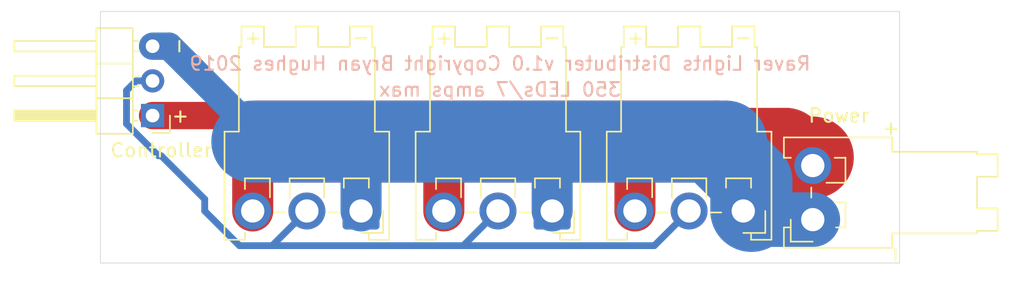
<source format=kicad_pcb>
(kicad_pcb (version 20171130) (host pcbnew "(5.1.0)-1")

  (general
    (thickness 1.6)
    (drawings 18)
    (tracks 42)
    (zones 0)
    (modules 7)
    (nets 4)
  )

  (page A4)
  (layers
    (0 F.Cu signal)
    (31 B.Cu signal)
    (32 B.Adhes user)
    (33 F.Adhes user)
    (34 B.Paste user)
    (35 F.Paste user)
    (36 B.SilkS user)
    (37 F.SilkS user)
    (38 B.Mask user)
    (39 F.Mask user)
    (40 Dwgs.User user)
    (41 Cmts.User user)
    (42 Eco1.User user)
    (43 Eco2.User user)
    (44 Edge.Cuts user)
    (45 Margin user)
    (46 B.CrtYd user)
    (47 F.CrtYd user)
    (48 B.Fab user)
    (49 F.Fab user)
  )

  (setup
    (last_trace_width 0.25)
    (user_trace_width 0.5)
    (user_trace_width 2)
    (user_trace_width 3)
    (user_trace_width 4)
    (user_trace_width 6)
    (trace_clearance 0.2)
    (zone_clearance 0.508)
    (zone_45_only no)
    (trace_min 0.2)
    (via_size 0.8)
    (via_drill 0.4)
    (via_min_size 0.4)
    (via_min_drill 0.3)
    (uvia_size 0.3)
    (uvia_drill 0.1)
    (uvias_allowed no)
    (uvia_min_size 0.2)
    (uvia_min_drill 0.1)
    (edge_width 0.05)
    (segment_width 0.2)
    (pcb_text_width 0.3)
    (pcb_text_size 1.5 1.5)
    (mod_edge_width 0.12)
    (mod_text_size 1 1)
    (mod_text_width 0.15)
    (pad_size 1.524 1.524)
    (pad_drill 0.762)
    (pad_to_mask_clearance 0.051)
    (solder_mask_min_width 0.25)
    (aux_axis_origin 0 0)
    (visible_elements 7FFFFFFF)
    (pcbplotparams
      (layerselection 0x010fc_ffffffff)
      (usegerberextensions false)
      (usegerberattributes false)
      (usegerberadvancedattributes false)
      (creategerberjobfile false)
      (excludeedgelayer true)
      (linewidth 0.100000)
      (plotframeref false)
      (viasonmask false)
      (mode 1)
      (useauxorigin false)
      (hpglpennumber 1)
      (hpglpenspeed 20)
      (hpglpendiameter 15.000000)
      (psnegative false)
      (psa4output false)
      (plotreference true)
      (plotvalue true)
      (plotinvisibletext false)
      (padsonsilk false)
      (subtractmaskfromsilk false)
      (outputformat 1)
      (mirror false)
      (drillshape 1)
      (scaleselection 1)
      (outputdirectory ""))
  )

  (net 0 "")
  (net 1 "Net-(J1-Pad1)")
  (net 2 "Net-(J1-Pad2)")
  (net 3 "Net-(J1-Pad3)")

  (net_class Default "This is the default net class."
    (clearance 0.2)
    (trace_width 0.25)
    (via_dia 0.8)
    (via_drill 0.4)
    (uvia_dia 0.3)
    (uvia_drill 0.1)
    (add_net "Net-(J1-Pad1)")
    (add_net "Net-(J1-Pad2)")
    (add_net "Net-(J1-Pad3)")
  )

  (module Connector_JST:JST_VH_S3P-VH_1x03_P3.96mm_Horizontal (layer F.Cu) (tedit 5B774B79) (tstamp 5CB11D9D)
    (at 116.84 119.38 180)
    (descr "JST VH series connector, S3P-VH (http://www.jst-mfg.com/product/pdf/eng/eVH.pdf), generated with kicad-footprint-generator")
    (tags "connector JST VH top entry")
    (path /5CB12749)
    (fp_text reference J1 (at 3.96 -3.2 180) (layer F.SilkS) hide
      (effects (font (size 1 1) (thickness 0.15)))
    )
    (fp_text value Conn_01x03_Male (at 3.96 14.6 180) (layer F.Fab)
      (effects (font (size 1 1) (thickness 0.15)))
    )
    (fp_line (start -0.9 2.5) (end -0.9 11.9) (layer F.Fab) (width 0.1))
    (fp_line (start -0.9 11.9) (end 8.82 11.9) (layer F.Fab) (width 0.1))
    (fp_line (start 8.82 11.9) (end 8.82 2.5) (layer F.Fab) (width 0.1))
    (fp_line (start 8.82 2.5) (end -0.9 2.5) (layer F.Fab) (width 0.1))
    (fp_line (start 8.62 2.5) (end 8.62 -2) (layer F.Fab) (width 0.1))
    (fp_line (start 8.62 -2) (end 9.87 -2) (layer F.Fab) (width 0.1))
    (fp_line (start 9.87 -2) (end 9.87 5.7) (layer F.Fab) (width 0.1))
    (fp_line (start 9.87 5.7) (end 8.82 5.7) (layer F.Fab) (width 0.1))
    (fp_line (start -0.9 5.7) (end -1.95 5.7) (layer F.Fab) (width 0.1))
    (fp_line (start -1.95 5.7) (end -1.95 -2) (layer F.Fab) (width 0.1))
    (fp_line (start -1.95 -2) (end -0.7 -2) (layer F.Fab) (width 0.1))
    (fp_line (start -0.7 -2) (end -0.7 2.5) (layer F.Fab) (width 0.1))
    (fp_line (start -2.45 -2.5) (end -2.45 13.9) (layer F.CrtYd) (width 0.05))
    (fp_line (start -2.45 13.9) (end 10.37 13.9) (layer F.CrtYd) (width 0.05))
    (fp_line (start 10.37 13.9) (end 10.37 -2.5) (layer F.CrtYd) (width 0.05))
    (fp_line (start 10.37 -2.5) (end -2.45 -2.5) (layer F.CrtYd) (width 0.05))
    (fp_line (start -0.7 11.9) (end -0.7 13.4) (layer F.Fab) (width 0.1))
    (fp_line (start -0.7 13.4) (end 0.7 13.4) (layer F.Fab) (width 0.1))
    (fp_line (start 0.7 13.4) (end 0.7 11.9) (layer F.Fab) (width 0.1))
    (fp_line (start 1.38 2.5) (end 1.38 0) (layer F.Fab) (width 0.1))
    (fp_line (start 1.38 0) (end 2.58 0) (layer F.Fab) (width 0.1))
    (fp_line (start 2.58 0) (end 2.58 2.5) (layer F.Fab) (width 0.1))
    (fp_line (start 3.26 11.9) (end 3.26 13.4) (layer F.Fab) (width 0.1))
    (fp_line (start 3.26 13.4) (end 4.66 13.4) (layer F.Fab) (width 0.1))
    (fp_line (start 4.66 13.4) (end 4.66 11.9) (layer F.Fab) (width 0.1))
    (fp_line (start 5.34 2.5) (end 5.34 0) (layer F.Fab) (width 0.1))
    (fp_line (start 5.34 0) (end 6.54 0) (layer F.Fab) (width 0.1))
    (fp_line (start 6.54 0) (end 6.54 2.5) (layer F.Fab) (width 0.1))
    (fp_line (start 7.22 11.9) (end 7.22 13.4) (layer F.Fab) (width 0.1))
    (fp_line (start 7.22 13.4) (end 8.62 13.4) (layer F.Fab) (width 0.1))
    (fp_line (start 8.62 13.4) (end 8.62 11.9) (layer F.Fab) (width 0.1))
    (fp_line (start -0.8 2.5) (end 0 3.3) (layer F.Fab) (width 0.1))
    (fp_line (start 0 3.3) (end 0.8 2.5) (layer F.Fab) (width 0.1))
    (fp_line (start -1.01 5.81) (end -1.01 12.01) (layer F.SilkS) (width 0.12))
    (fp_line (start -1.01 12.01) (end -0.82 12.01) (layer F.SilkS) (width 0.12))
    (fp_line (start 8.49 -1.6) (end 8.49 -2.11) (layer F.SilkS) (width 0.12))
    (fp_line (start 8.49 -2.11) (end 9.98 -2.11) (layer F.SilkS) (width 0.12))
    (fp_line (start 9.98 -2.11) (end 9.98 5.81) (layer F.SilkS) (width 0.12))
    (fp_line (start 9.98 5.81) (end 8.93 5.81) (layer F.SilkS) (width 0.12))
    (fp_line (start 8.49 2.39) (end 8.49 1.6) (layer F.SilkS) (width 0.12))
    (fp_line (start -1.01 5.81) (end -2.06 5.81) (layer F.SilkS) (width 0.12))
    (fp_line (start -2.06 5.81) (end -2.06 -2.11) (layer F.SilkS) (width 0.12))
    (fp_line (start -2.06 -2.11) (end -0.57 -2.11) (layer F.SilkS) (width 0.12))
    (fp_line (start -0.57 -2.11) (end -0.57 -1.61) (layer F.SilkS) (width 0.12))
    (fp_line (start -0.57 1.7) (end -0.57 2.39) (layer F.SilkS) (width 0.12))
    (fp_line (start 8.74 12.01) (end 8.93 12.01) (layer F.SilkS) (width 0.12))
    (fp_line (start 8.93 12.01) (end 8.93 5.81) (layer F.SilkS) (width 0.12))
    (fp_line (start -0.58 2.39) (end 1.26 2.39) (layer F.SilkS) (width 0.12))
    (fp_line (start 6.66 2.39) (end 8.5 2.39) (layer F.SilkS) (width 0.12))
    (fp_line (start -0.82 12.01) (end -0.82 13.51) (layer F.SilkS) (width 0.12))
    (fp_line (start -0.82 13.51) (end 0.82 13.51) (layer F.SilkS) (width 0.12))
    (fp_line (start 0.82 13.51) (end 0.82 12.01) (layer F.SilkS) (width 0.12))
    (fp_line (start 1.26 2.39) (end 1.26 1.7) (layer F.SilkS) (width 0.12))
    (fp_line (start 1.61 -0.11) (end 2.35 -0.11) (layer F.SilkS) (width 0.12))
    (fp_line (start 2.7 1) (end 2.7 2.39) (layer F.SilkS) (width 0.12))
    (fp_line (start 3.14 12.01) (end 3.14 13.51) (layer F.SilkS) (width 0.12))
    (fp_line (start 3.14 13.51) (end 4.78 13.51) (layer F.SilkS) (width 0.12))
    (fp_line (start 4.78 13.51) (end 4.78 12.01) (layer F.SilkS) (width 0.12))
    (fp_line (start 5.22 2.39) (end 5.22 1) (layer F.SilkS) (width 0.12))
    (fp_line (start 5.57 -0.11) (end 6.31 -0.11) (layer F.SilkS) (width 0.12))
    (fp_line (start 6.66 1) (end 6.66 2.39) (layer F.SilkS) (width 0.12))
    (fp_line (start 2.7 2.39) (end 5.22 2.39) (layer F.SilkS) (width 0.12))
    (fp_line (start 0.82 12.01) (end 3.14 12.01) (layer F.SilkS) (width 0.12))
    (fp_line (start 7.1 12.01) (end 7.1 13.51) (layer F.SilkS) (width 0.12))
    (fp_line (start 7.1 13.51) (end 8.74 13.51) (layer F.SilkS) (width 0.12))
    (fp_line (start 8.74 13.51) (end 8.74 12.01) (layer F.SilkS) (width 0.12))
    (fp_line (start 4.78 12.01) (end 7.1 12.01) (layer F.SilkS) (width 0.12))
    (fp_line (start 0 -1.61) (end -1.61 -1.61) (layer F.SilkS) (width 0.12))
    (fp_line (start -1.61 -1.61) (end -1.61 0) (layer F.SilkS) (width 0.12))
    (fp_text user %R (at 3.96 11.2 180) (layer F.Fab)
      (effects (font (size 1 1) (thickness 0.15)))
    )
    (pad 1 thru_hole roundrect (at 0 0 180) (size 2.7 2.7) (drill 1.7) (layers *.Cu *.Mask) (roundrect_rratio 0.09259299999999999)
      (net 1 "Net-(J1-Pad1)"))
    (pad 2 thru_hole circle (at 3.96 0 180) (size 2.7 2.7) (drill 1.7) (layers *.Cu *.Mask)
      (net 2 "Net-(J1-Pad2)"))
    (pad 3 thru_hole circle (at 7.92 0 180) (size 2.7 2.7) (drill 1.7) (layers *.Cu *.Mask)
      (net 3 "Net-(J1-Pad3)"))
    (model ${KISYS3DMOD}/Connector_JST.3dshapes/JST_VH_S3P-VH_1x03_P3.96mm_Horizontal.wrl
      (at (xyz 0 0 0))
      (scale (xyz 1 1 1))
      (rotate (xyz 0 0 0))
    )
  )

  (module MountingHole:MountingHole_3.7mm (layer F.Cu) (tedit 56D1B4CB) (tstamp 5CB11F94)
    (at 102.235 118.745)
    (descr "Mounting Hole 3.7mm, no annular")
    (tags "mounting hole 3.7mm no annular")
    (path /5CB28261)
    (attr virtual)
    (fp_text reference H1 (at 0 -4.7) (layer F.SilkS) hide
      (effects (font (size 1 1) (thickness 0.15)))
    )
    (fp_text value MountingHole (at 0 4.7) (layer F.Fab)
      (effects (font (size 1 1) (thickness 0.15)))
    )
    (fp_text user %R (at 0.3 0) (layer F.Fab)
      (effects (font (size 1 1) (thickness 0.15)))
    )
    (fp_circle (center 0 0) (end 3.7 0) (layer Cmts.User) (width 0.15))
    (fp_circle (center 0 0) (end 3.95 0) (layer F.CrtYd) (width 0.05))
    (pad 1 np_thru_hole circle (at 0 0) (size 3.7 3.7) (drill 3.7) (layers *.Cu *.Mask))
  )

  (module MountingHole:MountingHole_3.7mm (layer F.Cu) (tedit 56D1B4CB) (tstamp 5CB11D9C)
    (at 151.765 109.22)
    (descr "Mounting Hole 3.7mm, no annular")
    (tags "mounting hole 3.7mm no annular")
    (path /5CB288C3)
    (attr virtual)
    (fp_text reference H2 (at 0 -4.7) (layer F.SilkS) hide
      (effects (font (size 1 1) (thickness 0.15)))
    )
    (fp_text value MountingHole (at 0 4.7) (layer F.Fab)
      (effects (font (size 1 1) (thickness 0.15)))
    )
    (fp_circle (center 0 0) (end 3.95 0) (layer F.CrtYd) (width 0.05))
    (fp_circle (center 0 0) (end 3.7 0) (layer Cmts.User) (width 0.15))
    (fp_text user %R (at 0.3 0) (layer F.Fab)
      (effects (font (size 1 1) (thickness 0.15)))
    )
    (pad 1 np_thru_hole circle (at 0 0) (size 3.7 3.7) (drill 3.7) (layers *.Cu *.Mask))
  )

  (module Connector_JST:JST_VH_S2P-VH_1x02_P3.96mm_Horizontal (layer F.Cu) (tedit 5B774B79) (tstamp 5CB11DE9)
    (at 149.86 120.015 90)
    (descr "JST VH series connector, S2P-VH (http://www.jst-mfg.com/product/pdf/eng/eVH.pdf), generated with kicad-footprint-generator")
    (tags "connector JST VH top entry")
    (path /5CB13ECD)
    (fp_text reference J2 (at 1.98 -3.2 90) (layer F.SilkS) hide
      (effects (font (size 1 1) (thickness 0.15)))
    )
    (fp_text value Conn_01x02_Male (at 1.98 14.6 90) (layer F.Fab)
      (effects (font (size 1 1) (thickness 0.15)))
    )
    (fp_line (start -0.9 2.5) (end -0.9 11.9) (layer F.Fab) (width 0.1))
    (fp_line (start -0.9 11.9) (end 4.86 11.9) (layer F.Fab) (width 0.1))
    (fp_line (start 4.86 11.9) (end 4.86 2.5) (layer F.Fab) (width 0.1))
    (fp_line (start 4.86 2.5) (end -0.9 2.5) (layer F.Fab) (width 0.1))
    (fp_line (start 4.66 2.5) (end 4.66 -2) (layer F.Fab) (width 0.1))
    (fp_line (start 4.66 -2) (end 5.91 -2) (layer F.Fab) (width 0.1))
    (fp_line (start 5.91 -2) (end 5.91 5.7) (layer F.Fab) (width 0.1))
    (fp_line (start 5.91 5.7) (end 4.86 5.7) (layer F.Fab) (width 0.1))
    (fp_line (start -0.9 5.7) (end -1.95 5.7) (layer F.Fab) (width 0.1))
    (fp_line (start -1.95 5.7) (end -1.95 -2) (layer F.Fab) (width 0.1))
    (fp_line (start -1.95 -2) (end -0.7 -2) (layer F.Fab) (width 0.1))
    (fp_line (start -0.7 -2) (end -0.7 2.5) (layer F.Fab) (width 0.1))
    (fp_line (start -2.45 -2.5) (end -2.45 13.9) (layer F.CrtYd) (width 0.05))
    (fp_line (start -2.45 13.9) (end 6.41 13.9) (layer F.CrtYd) (width 0.05))
    (fp_line (start 6.41 13.9) (end 6.41 -2.5) (layer F.CrtYd) (width 0.05))
    (fp_line (start 6.41 -2.5) (end -2.45 -2.5) (layer F.CrtYd) (width 0.05))
    (fp_line (start -0.7 11.9) (end -0.7 13.4) (layer F.Fab) (width 0.1))
    (fp_line (start -0.7 13.4) (end 0.7 13.4) (layer F.Fab) (width 0.1))
    (fp_line (start 0.7 13.4) (end 0.7 11.9) (layer F.Fab) (width 0.1))
    (fp_line (start 1.38 2.5) (end 1.38 0) (layer F.Fab) (width 0.1))
    (fp_line (start 1.38 0) (end 2.58 0) (layer F.Fab) (width 0.1))
    (fp_line (start 2.58 0) (end 2.58 2.5) (layer F.Fab) (width 0.1))
    (fp_line (start 3.26 11.9) (end 3.26 13.4) (layer F.Fab) (width 0.1))
    (fp_line (start 3.26 13.4) (end 4.66 13.4) (layer F.Fab) (width 0.1))
    (fp_line (start 4.66 13.4) (end 4.66 11.9) (layer F.Fab) (width 0.1))
    (fp_line (start -0.8 2.5) (end 0 3.3) (layer F.Fab) (width 0.1))
    (fp_line (start 0 3.3) (end 0.8 2.5) (layer F.Fab) (width 0.1))
    (fp_line (start -1.01 5.81) (end -1.01 12.01) (layer F.SilkS) (width 0.12))
    (fp_line (start -1.01 12.01) (end -0.82 12.01) (layer F.SilkS) (width 0.12))
    (fp_line (start 4.53 -1.6) (end 4.53 -2.11) (layer F.SilkS) (width 0.12))
    (fp_line (start 4.53 -2.11) (end 6.02 -2.11) (layer F.SilkS) (width 0.12))
    (fp_line (start 6.02 -2.11) (end 6.02 5.81) (layer F.SilkS) (width 0.12))
    (fp_line (start 6.02 5.81) (end 4.97 5.81) (layer F.SilkS) (width 0.12))
    (fp_line (start 4.53 2.39) (end 4.53 1.6) (layer F.SilkS) (width 0.12))
    (fp_line (start -1.01 5.81) (end -2.06 5.81) (layer F.SilkS) (width 0.12))
    (fp_line (start -2.06 5.81) (end -2.06 -2.11) (layer F.SilkS) (width 0.12))
    (fp_line (start -2.06 -2.11) (end -0.57 -2.11) (layer F.SilkS) (width 0.12))
    (fp_line (start -0.57 -2.11) (end -0.57 -1.61) (layer F.SilkS) (width 0.12))
    (fp_line (start -0.57 1.7) (end -0.57 2.39) (layer F.SilkS) (width 0.12))
    (fp_line (start 4.78 12.01) (end 4.97 12.01) (layer F.SilkS) (width 0.12))
    (fp_line (start 4.97 12.01) (end 4.97 5.81) (layer F.SilkS) (width 0.12))
    (fp_line (start -0.58 2.39) (end 1.26 2.39) (layer F.SilkS) (width 0.12))
    (fp_line (start 2.7 2.39) (end 4.54 2.39) (layer F.SilkS) (width 0.12))
    (fp_line (start -0.82 12.01) (end -0.82 13.51) (layer F.SilkS) (width 0.12))
    (fp_line (start -0.82 13.51) (end 0.82 13.51) (layer F.SilkS) (width 0.12))
    (fp_line (start 0.82 13.51) (end 0.82 12.01) (layer F.SilkS) (width 0.12))
    (fp_line (start 1.26 2.39) (end 1.26 1.7) (layer F.SilkS) (width 0.12))
    (fp_line (start 1.61 -0.11) (end 2.35 -0.11) (layer F.SilkS) (width 0.12))
    (fp_line (start 2.7 1) (end 2.7 2.39) (layer F.SilkS) (width 0.12))
    (fp_line (start 3.14 12.01) (end 3.14 13.51) (layer F.SilkS) (width 0.12))
    (fp_line (start 3.14 13.51) (end 4.78 13.51) (layer F.SilkS) (width 0.12))
    (fp_line (start 4.78 13.51) (end 4.78 12.01) (layer F.SilkS) (width 0.12))
    (fp_line (start 0.82 12.01) (end 3.14 12.01) (layer F.SilkS) (width 0.12))
    (fp_line (start 0 -1.61) (end -1.61 -1.61) (layer F.SilkS) (width 0.12))
    (fp_line (start -1.61 -1.61) (end -1.61 0) (layer F.SilkS) (width 0.12))
    (fp_text user %R (at 1.98 11.2 90) (layer F.Fab)
      (effects (font (size 1 1) (thickness 0.15)))
    )
    (pad 1 thru_hole roundrect (at 0 0 90) (size 2.7 2.7) (drill 1.7) (layers *.Cu *.Mask) (roundrect_rratio 0.09259299999999999)
      (net 1 "Net-(J1-Pad1)"))
    (pad 2 thru_hole circle (at 3.96 0 90) (size 2.7 2.7) (drill 1.7) (layers *.Cu *.Mask)
      (net 3 "Net-(J1-Pad3)"))
    (model ${KISYS3DMOD}/Connector_JST.3dshapes/JST_VH_S2P-VH_1x02_P3.96mm_Horizontal.wrl
      (at (xyz 0 0 0))
      (scale (xyz 1 1 1))
      (rotate (xyz 0 0 0))
    )
  )

  (module Connector_JST:JST_VH_S3P-VH_1x03_P3.96mm_Horizontal (layer F.Cu) (tedit 5B774B79) (tstamp 5CB11E26)
    (at 130.81 119.38 180)
    (descr "JST VH series connector, S3P-VH (http://www.jst-mfg.com/product/pdf/eng/eVH.pdf), generated with kicad-footprint-generator")
    (tags "connector JST VH top entry")
    (path /5CB12DA5)
    (fp_text reference J3 (at 3.96 -3.2 180) (layer F.SilkS) hide
      (effects (font (size 1 1) (thickness 0.15)))
    )
    (fp_text value Conn_01x03_Male (at 3.96 14.6 180) (layer F.Fab)
      (effects (font (size 1 1) (thickness 0.15)))
    )
    (fp_text user %R (at 3.96 11.2 180) (layer F.Fab)
      (effects (font (size 1 1) (thickness 0.15)))
    )
    (fp_line (start -1.61 -1.61) (end -1.61 0) (layer F.SilkS) (width 0.12))
    (fp_line (start 0 -1.61) (end -1.61 -1.61) (layer F.SilkS) (width 0.12))
    (fp_line (start 4.78 12.01) (end 7.1 12.01) (layer F.SilkS) (width 0.12))
    (fp_line (start 8.74 13.51) (end 8.74 12.01) (layer F.SilkS) (width 0.12))
    (fp_line (start 7.1 13.51) (end 8.74 13.51) (layer F.SilkS) (width 0.12))
    (fp_line (start 7.1 12.01) (end 7.1 13.51) (layer F.SilkS) (width 0.12))
    (fp_line (start 0.82 12.01) (end 3.14 12.01) (layer F.SilkS) (width 0.12))
    (fp_line (start 2.7 2.39) (end 5.22 2.39) (layer F.SilkS) (width 0.12))
    (fp_line (start 6.66 1) (end 6.66 2.39) (layer F.SilkS) (width 0.12))
    (fp_line (start 5.57 -0.11) (end 6.31 -0.11) (layer F.SilkS) (width 0.12))
    (fp_line (start 5.22 2.39) (end 5.22 1) (layer F.SilkS) (width 0.12))
    (fp_line (start 4.78 13.51) (end 4.78 12.01) (layer F.SilkS) (width 0.12))
    (fp_line (start 3.14 13.51) (end 4.78 13.51) (layer F.SilkS) (width 0.12))
    (fp_line (start 3.14 12.01) (end 3.14 13.51) (layer F.SilkS) (width 0.12))
    (fp_line (start 2.7 1) (end 2.7 2.39) (layer F.SilkS) (width 0.12))
    (fp_line (start 1.61 -0.11) (end 2.35 -0.11) (layer F.SilkS) (width 0.12))
    (fp_line (start 1.26 2.39) (end 1.26 1.7) (layer F.SilkS) (width 0.12))
    (fp_line (start 0.82 13.51) (end 0.82 12.01) (layer F.SilkS) (width 0.12))
    (fp_line (start -0.82 13.51) (end 0.82 13.51) (layer F.SilkS) (width 0.12))
    (fp_line (start -0.82 12.01) (end -0.82 13.51) (layer F.SilkS) (width 0.12))
    (fp_line (start 6.66 2.39) (end 8.5 2.39) (layer F.SilkS) (width 0.12))
    (fp_line (start -0.58 2.39) (end 1.26 2.39) (layer F.SilkS) (width 0.12))
    (fp_line (start 8.93 12.01) (end 8.93 5.81) (layer F.SilkS) (width 0.12))
    (fp_line (start 8.74 12.01) (end 8.93 12.01) (layer F.SilkS) (width 0.12))
    (fp_line (start -0.57 1.7) (end -0.57 2.39) (layer F.SilkS) (width 0.12))
    (fp_line (start -0.57 -2.11) (end -0.57 -1.61) (layer F.SilkS) (width 0.12))
    (fp_line (start -2.06 -2.11) (end -0.57 -2.11) (layer F.SilkS) (width 0.12))
    (fp_line (start -2.06 5.81) (end -2.06 -2.11) (layer F.SilkS) (width 0.12))
    (fp_line (start -1.01 5.81) (end -2.06 5.81) (layer F.SilkS) (width 0.12))
    (fp_line (start 8.49 2.39) (end 8.49 1.6) (layer F.SilkS) (width 0.12))
    (fp_line (start 9.98 5.81) (end 8.93 5.81) (layer F.SilkS) (width 0.12))
    (fp_line (start 9.98 -2.11) (end 9.98 5.81) (layer F.SilkS) (width 0.12))
    (fp_line (start 8.49 -2.11) (end 9.98 -2.11) (layer F.SilkS) (width 0.12))
    (fp_line (start 8.49 -1.6) (end 8.49 -2.11) (layer F.SilkS) (width 0.12))
    (fp_line (start -1.01 12.01) (end -0.82 12.01) (layer F.SilkS) (width 0.12))
    (fp_line (start -1.01 5.81) (end -1.01 12.01) (layer F.SilkS) (width 0.12))
    (fp_line (start 0 3.3) (end 0.8 2.5) (layer F.Fab) (width 0.1))
    (fp_line (start -0.8 2.5) (end 0 3.3) (layer F.Fab) (width 0.1))
    (fp_line (start 8.62 13.4) (end 8.62 11.9) (layer F.Fab) (width 0.1))
    (fp_line (start 7.22 13.4) (end 8.62 13.4) (layer F.Fab) (width 0.1))
    (fp_line (start 7.22 11.9) (end 7.22 13.4) (layer F.Fab) (width 0.1))
    (fp_line (start 6.54 0) (end 6.54 2.5) (layer F.Fab) (width 0.1))
    (fp_line (start 5.34 0) (end 6.54 0) (layer F.Fab) (width 0.1))
    (fp_line (start 5.34 2.5) (end 5.34 0) (layer F.Fab) (width 0.1))
    (fp_line (start 4.66 13.4) (end 4.66 11.9) (layer F.Fab) (width 0.1))
    (fp_line (start 3.26 13.4) (end 4.66 13.4) (layer F.Fab) (width 0.1))
    (fp_line (start 3.26 11.9) (end 3.26 13.4) (layer F.Fab) (width 0.1))
    (fp_line (start 2.58 0) (end 2.58 2.5) (layer F.Fab) (width 0.1))
    (fp_line (start 1.38 0) (end 2.58 0) (layer F.Fab) (width 0.1))
    (fp_line (start 1.38 2.5) (end 1.38 0) (layer F.Fab) (width 0.1))
    (fp_line (start 0.7 13.4) (end 0.7 11.9) (layer F.Fab) (width 0.1))
    (fp_line (start -0.7 13.4) (end 0.7 13.4) (layer F.Fab) (width 0.1))
    (fp_line (start -0.7 11.9) (end -0.7 13.4) (layer F.Fab) (width 0.1))
    (fp_line (start 10.37 -2.5) (end -2.45 -2.5) (layer F.CrtYd) (width 0.05))
    (fp_line (start 10.37 13.9) (end 10.37 -2.5) (layer F.CrtYd) (width 0.05))
    (fp_line (start -2.45 13.9) (end 10.37 13.9) (layer F.CrtYd) (width 0.05))
    (fp_line (start -2.45 -2.5) (end -2.45 13.9) (layer F.CrtYd) (width 0.05))
    (fp_line (start -0.7 -2) (end -0.7 2.5) (layer F.Fab) (width 0.1))
    (fp_line (start -1.95 -2) (end -0.7 -2) (layer F.Fab) (width 0.1))
    (fp_line (start -1.95 5.7) (end -1.95 -2) (layer F.Fab) (width 0.1))
    (fp_line (start -0.9 5.7) (end -1.95 5.7) (layer F.Fab) (width 0.1))
    (fp_line (start 9.87 5.7) (end 8.82 5.7) (layer F.Fab) (width 0.1))
    (fp_line (start 9.87 -2) (end 9.87 5.7) (layer F.Fab) (width 0.1))
    (fp_line (start 8.62 -2) (end 9.87 -2) (layer F.Fab) (width 0.1))
    (fp_line (start 8.62 2.5) (end 8.62 -2) (layer F.Fab) (width 0.1))
    (fp_line (start 8.82 2.5) (end -0.9 2.5) (layer F.Fab) (width 0.1))
    (fp_line (start 8.82 11.9) (end 8.82 2.5) (layer F.Fab) (width 0.1))
    (fp_line (start -0.9 11.9) (end 8.82 11.9) (layer F.Fab) (width 0.1))
    (fp_line (start -0.9 2.5) (end -0.9 11.9) (layer F.Fab) (width 0.1))
    (pad 3 thru_hole circle (at 7.92 0 180) (size 2.7 2.7) (drill 1.7) (layers *.Cu *.Mask)
      (net 3 "Net-(J1-Pad3)"))
    (pad 2 thru_hole circle (at 3.96 0 180) (size 2.7 2.7) (drill 1.7) (layers *.Cu *.Mask)
      (net 2 "Net-(J1-Pad2)"))
    (pad 1 thru_hole roundrect (at 0 0 180) (size 2.7 2.7) (drill 1.7) (layers *.Cu *.Mask) (roundrect_rratio 0.09259299999999999)
      (net 1 "Net-(J1-Pad1)"))
    (model ${KISYS3DMOD}/Connector_JST.3dshapes/JST_VH_S3P-VH_1x03_P3.96mm_Horizontal.wrl
      (at (xyz 0 0 0))
      (scale (xyz 1 1 1))
      (rotate (xyz 0 0 0))
    )
  )

  (module Connector_JST:JST_VH_S3P-VH_1x03_P3.96mm_Horizontal (layer F.Cu) (tedit 5B774B79) (tstamp 5CB11EBE)
    (at 144.78 119.38 180)
    (descr "JST VH series connector, S3P-VH (http://www.jst-mfg.com/product/pdf/eng/eVH.pdf), generated with kicad-footprint-generator")
    (tags "connector JST VH top entry")
    (path /5CB13029)
    (fp_text reference J5 (at 3.96 -3.2 180) (layer F.SilkS) hide
      (effects (font (size 1 1) (thickness 0.15)))
    )
    (fp_text value Conn_01x03_Male (at 3.96 14.6 180) (layer F.Fab)
      (effects (font (size 1 1) (thickness 0.15)))
    )
    (fp_line (start -0.9 2.5) (end -0.9 11.9) (layer F.Fab) (width 0.1))
    (fp_line (start -0.9 11.9) (end 8.82 11.9) (layer F.Fab) (width 0.1))
    (fp_line (start 8.82 11.9) (end 8.82 2.5) (layer F.Fab) (width 0.1))
    (fp_line (start 8.82 2.5) (end -0.9 2.5) (layer F.Fab) (width 0.1))
    (fp_line (start 8.62 2.5) (end 8.62 -2) (layer F.Fab) (width 0.1))
    (fp_line (start 8.62 -2) (end 9.87 -2) (layer F.Fab) (width 0.1))
    (fp_line (start 9.87 -2) (end 9.87 5.7) (layer F.Fab) (width 0.1))
    (fp_line (start 9.87 5.7) (end 8.82 5.7) (layer F.Fab) (width 0.1))
    (fp_line (start -0.9 5.7) (end -1.95 5.7) (layer F.Fab) (width 0.1))
    (fp_line (start -1.95 5.7) (end -1.95 -2) (layer F.Fab) (width 0.1))
    (fp_line (start -1.95 -2) (end -0.7 -2) (layer F.Fab) (width 0.1))
    (fp_line (start -0.7 -2) (end -0.7 2.5) (layer F.Fab) (width 0.1))
    (fp_line (start -2.45 -2.5) (end -2.45 13.9) (layer F.CrtYd) (width 0.05))
    (fp_line (start -2.45 13.9) (end 10.37 13.9) (layer F.CrtYd) (width 0.05))
    (fp_line (start 10.37 13.9) (end 10.37 -2.5) (layer F.CrtYd) (width 0.05))
    (fp_line (start 10.37 -2.5) (end -2.45 -2.5) (layer F.CrtYd) (width 0.05))
    (fp_line (start -0.7 11.9) (end -0.7 13.4) (layer F.Fab) (width 0.1))
    (fp_line (start -0.7 13.4) (end 0.7 13.4) (layer F.Fab) (width 0.1))
    (fp_line (start 0.7 13.4) (end 0.7 11.9) (layer F.Fab) (width 0.1))
    (fp_line (start 1.38 2.5) (end 1.38 0) (layer F.Fab) (width 0.1))
    (fp_line (start 1.38 0) (end 2.58 0) (layer F.Fab) (width 0.1))
    (fp_line (start 2.58 0) (end 2.58 2.5) (layer F.Fab) (width 0.1))
    (fp_line (start 3.26 11.9) (end 3.26 13.4) (layer F.Fab) (width 0.1))
    (fp_line (start 3.26 13.4) (end 4.66 13.4) (layer F.Fab) (width 0.1))
    (fp_line (start 4.66 13.4) (end 4.66 11.9) (layer F.Fab) (width 0.1))
    (fp_line (start 5.34 2.5) (end 5.34 0) (layer F.Fab) (width 0.1))
    (fp_line (start 5.34 0) (end 6.54 0) (layer F.Fab) (width 0.1))
    (fp_line (start 6.54 0) (end 6.54 2.5) (layer F.Fab) (width 0.1))
    (fp_line (start 7.22 11.9) (end 7.22 13.4) (layer F.Fab) (width 0.1))
    (fp_line (start 7.22 13.4) (end 8.62 13.4) (layer F.Fab) (width 0.1))
    (fp_line (start 8.62 13.4) (end 8.62 11.9) (layer F.Fab) (width 0.1))
    (fp_line (start -0.8 2.5) (end 0 3.3) (layer F.Fab) (width 0.1))
    (fp_line (start 0 3.3) (end 0.8 2.5) (layer F.Fab) (width 0.1))
    (fp_line (start -1.01 5.81) (end -1.01 12.01) (layer F.SilkS) (width 0.12))
    (fp_line (start -1.01 12.01) (end -0.82 12.01) (layer F.SilkS) (width 0.12))
    (fp_line (start 8.49 -1.6) (end 8.49 -2.11) (layer F.SilkS) (width 0.12))
    (fp_line (start 8.49 -2.11) (end 9.98 -2.11) (layer F.SilkS) (width 0.12))
    (fp_line (start 9.98 -2.11) (end 9.98 5.81) (layer F.SilkS) (width 0.12))
    (fp_line (start 9.98 5.81) (end 8.93 5.81) (layer F.SilkS) (width 0.12))
    (fp_line (start 8.49 2.39) (end 8.49 1.6) (layer F.SilkS) (width 0.12))
    (fp_line (start -1.01 5.81) (end -2.06 5.81) (layer F.SilkS) (width 0.12))
    (fp_line (start -2.06 5.81) (end -2.06 -2.11) (layer F.SilkS) (width 0.12))
    (fp_line (start -2.06 -2.11) (end -0.57 -2.11) (layer F.SilkS) (width 0.12))
    (fp_line (start -0.57 -2.11) (end -0.57 -1.61) (layer F.SilkS) (width 0.12))
    (fp_line (start -0.57 1.7) (end -0.57 2.39) (layer F.SilkS) (width 0.12))
    (fp_line (start 8.74 12.01) (end 8.93 12.01) (layer F.SilkS) (width 0.12))
    (fp_line (start 8.93 12.01) (end 8.93 5.81) (layer F.SilkS) (width 0.12))
    (fp_line (start -0.58 2.39) (end 1.26 2.39) (layer F.SilkS) (width 0.12))
    (fp_line (start 6.66 2.39) (end 8.5 2.39) (layer F.SilkS) (width 0.12))
    (fp_line (start -0.82 12.01) (end -0.82 13.51) (layer F.SilkS) (width 0.12))
    (fp_line (start -0.82 13.51) (end 0.82 13.51) (layer F.SilkS) (width 0.12))
    (fp_line (start 0.82 13.51) (end 0.82 12.01) (layer F.SilkS) (width 0.12))
    (fp_line (start 1.26 2.39) (end 1.26 1.7) (layer F.SilkS) (width 0.12))
    (fp_line (start 1.61 -0.11) (end 2.35 -0.11) (layer F.SilkS) (width 0.12))
    (fp_line (start 2.7 1) (end 2.7 2.39) (layer F.SilkS) (width 0.12))
    (fp_line (start 3.14 12.01) (end 3.14 13.51) (layer F.SilkS) (width 0.12))
    (fp_line (start 3.14 13.51) (end 4.78 13.51) (layer F.SilkS) (width 0.12))
    (fp_line (start 4.78 13.51) (end 4.78 12.01) (layer F.SilkS) (width 0.12))
    (fp_line (start 5.22 2.39) (end 5.22 1) (layer F.SilkS) (width 0.12))
    (fp_line (start 5.57 -0.11) (end 6.31 -0.11) (layer F.SilkS) (width 0.12))
    (fp_line (start 6.66 1) (end 6.66 2.39) (layer F.SilkS) (width 0.12))
    (fp_line (start 2.7 2.39) (end 5.22 2.39) (layer F.SilkS) (width 0.12))
    (fp_line (start 0.82 12.01) (end 3.14 12.01) (layer F.SilkS) (width 0.12))
    (fp_line (start 7.1 12.01) (end 7.1 13.51) (layer F.SilkS) (width 0.12))
    (fp_line (start 7.1 13.51) (end 8.74 13.51) (layer F.SilkS) (width 0.12))
    (fp_line (start 8.74 13.51) (end 8.74 12.01) (layer F.SilkS) (width 0.12))
    (fp_line (start 4.78 12.01) (end 7.1 12.01) (layer F.SilkS) (width 0.12))
    (fp_line (start 0 -1.61) (end -1.61 -1.61) (layer F.SilkS) (width 0.12))
    (fp_line (start -1.61 -1.61) (end -1.61 0) (layer F.SilkS) (width 0.12))
    (fp_text user %R (at 3.96 11.2 180) (layer F.Fab)
      (effects (font (size 1 1) (thickness 0.15)))
    )
    (pad 1 thru_hole roundrect (at 0 0 180) (size 2.7 2.7) (drill 1.7) (layers *.Cu *.Mask) (roundrect_rratio 0.09259299999999999)
      (net 1 "Net-(J1-Pad1)"))
    (pad 2 thru_hole circle (at 3.96 0 180) (size 2.7 2.7) (drill 1.7) (layers *.Cu *.Mask)
      (net 2 "Net-(J1-Pad2)"))
    (pad 3 thru_hole circle (at 7.92 0 180) (size 2.7 2.7) (drill 1.7) (layers *.Cu *.Mask)
      (net 3 "Net-(J1-Pad3)"))
    (model ${KISYS3DMOD}/Connector_JST.3dshapes/JST_VH_S3P-VH_1x03_P3.96mm_Horizontal.wrl
      (at (xyz 0 0 0))
      (scale (xyz 1 1 1))
      (rotate (xyz 0 0 0))
    )
  )

  (module Connector_PinHeader_2.54mm:PinHeader_1x03_P2.54mm_Horizontal (layer F.Cu) (tedit 59FED5CB) (tstamp 5CB13731)
    (at 101.6 112.395 180)
    (descr "Through hole angled pin header, 1x03, 2.54mm pitch, 6mm pin length, single row")
    (tags "Through hole angled pin header THT 1x03 2.54mm single row")
    (path /5CB1392C)
    (fp_text reference J4 (at 4.385 -2.27 180) (layer F.SilkS) hide
      (effects (font (size 1 1) (thickness 0.15)))
    )
    (fp_text value Conn_01x03_Male (at 4.385 7.35 180) (layer F.Fab)
      (effects (font (size 1 1) (thickness 0.15)))
    )
    (fp_line (start 2.135 -1.27) (end 4.04 -1.27) (layer F.Fab) (width 0.1))
    (fp_line (start 4.04 -1.27) (end 4.04 6.35) (layer F.Fab) (width 0.1))
    (fp_line (start 4.04 6.35) (end 1.5 6.35) (layer F.Fab) (width 0.1))
    (fp_line (start 1.5 6.35) (end 1.5 -0.635) (layer F.Fab) (width 0.1))
    (fp_line (start 1.5 -0.635) (end 2.135 -1.27) (layer F.Fab) (width 0.1))
    (fp_line (start -0.32 -0.32) (end 1.5 -0.32) (layer F.Fab) (width 0.1))
    (fp_line (start -0.32 -0.32) (end -0.32 0.32) (layer F.Fab) (width 0.1))
    (fp_line (start -0.32 0.32) (end 1.5 0.32) (layer F.Fab) (width 0.1))
    (fp_line (start 4.04 -0.32) (end 10.04 -0.32) (layer F.Fab) (width 0.1))
    (fp_line (start 10.04 -0.32) (end 10.04 0.32) (layer F.Fab) (width 0.1))
    (fp_line (start 4.04 0.32) (end 10.04 0.32) (layer F.Fab) (width 0.1))
    (fp_line (start -0.32 2.22) (end 1.5 2.22) (layer F.Fab) (width 0.1))
    (fp_line (start -0.32 2.22) (end -0.32 2.86) (layer F.Fab) (width 0.1))
    (fp_line (start -0.32 2.86) (end 1.5 2.86) (layer F.Fab) (width 0.1))
    (fp_line (start 4.04 2.22) (end 10.04 2.22) (layer F.Fab) (width 0.1))
    (fp_line (start 10.04 2.22) (end 10.04 2.86) (layer F.Fab) (width 0.1))
    (fp_line (start 4.04 2.86) (end 10.04 2.86) (layer F.Fab) (width 0.1))
    (fp_line (start -0.32 4.76) (end 1.5 4.76) (layer F.Fab) (width 0.1))
    (fp_line (start -0.32 4.76) (end -0.32 5.4) (layer F.Fab) (width 0.1))
    (fp_line (start -0.32 5.4) (end 1.5 5.4) (layer F.Fab) (width 0.1))
    (fp_line (start 4.04 4.76) (end 10.04 4.76) (layer F.Fab) (width 0.1))
    (fp_line (start 10.04 4.76) (end 10.04 5.4) (layer F.Fab) (width 0.1))
    (fp_line (start 4.04 5.4) (end 10.04 5.4) (layer F.Fab) (width 0.1))
    (fp_line (start 1.44 -1.33) (end 1.44 6.41) (layer F.SilkS) (width 0.12))
    (fp_line (start 1.44 6.41) (end 4.1 6.41) (layer F.SilkS) (width 0.12))
    (fp_line (start 4.1 6.41) (end 4.1 -1.33) (layer F.SilkS) (width 0.12))
    (fp_line (start 4.1 -1.33) (end 1.44 -1.33) (layer F.SilkS) (width 0.12))
    (fp_line (start 4.1 -0.38) (end 10.1 -0.38) (layer F.SilkS) (width 0.12))
    (fp_line (start 10.1 -0.38) (end 10.1 0.38) (layer F.SilkS) (width 0.12))
    (fp_line (start 10.1 0.38) (end 4.1 0.38) (layer F.SilkS) (width 0.12))
    (fp_line (start 4.1 -0.32) (end 10.1 -0.32) (layer F.SilkS) (width 0.12))
    (fp_line (start 4.1 -0.2) (end 10.1 -0.2) (layer F.SilkS) (width 0.12))
    (fp_line (start 4.1 -0.08) (end 10.1 -0.08) (layer F.SilkS) (width 0.12))
    (fp_line (start 4.1 0.04) (end 10.1 0.04) (layer F.SilkS) (width 0.12))
    (fp_line (start 4.1 0.16) (end 10.1 0.16) (layer F.SilkS) (width 0.12))
    (fp_line (start 4.1 0.28) (end 10.1 0.28) (layer F.SilkS) (width 0.12))
    (fp_line (start 1.11 -0.38) (end 1.44 -0.38) (layer F.SilkS) (width 0.12))
    (fp_line (start 1.11 0.38) (end 1.44 0.38) (layer F.SilkS) (width 0.12))
    (fp_line (start 1.44 1.27) (end 4.1 1.27) (layer F.SilkS) (width 0.12))
    (fp_line (start 4.1 2.16) (end 10.1 2.16) (layer F.SilkS) (width 0.12))
    (fp_line (start 10.1 2.16) (end 10.1 2.92) (layer F.SilkS) (width 0.12))
    (fp_line (start 10.1 2.92) (end 4.1 2.92) (layer F.SilkS) (width 0.12))
    (fp_line (start 1.042929 2.16) (end 1.44 2.16) (layer F.SilkS) (width 0.12))
    (fp_line (start 1.042929 2.92) (end 1.44 2.92) (layer F.SilkS) (width 0.12))
    (fp_line (start 1.44 3.81) (end 4.1 3.81) (layer F.SilkS) (width 0.12))
    (fp_line (start 4.1 4.7) (end 10.1 4.7) (layer F.SilkS) (width 0.12))
    (fp_line (start 10.1 4.7) (end 10.1 5.46) (layer F.SilkS) (width 0.12))
    (fp_line (start 10.1 5.46) (end 4.1 5.46) (layer F.SilkS) (width 0.12))
    (fp_line (start 1.042929 4.7) (end 1.44 4.7) (layer F.SilkS) (width 0.12))
    (fp_line (start 1.042929 5.46) (end 1.44 5.46) (layer F.SilkS) (width 0.12))
    (fp_line (start -1.27 0) (end -1.27 -1.27) (layer F.SilkS) (width 0.12))
    (fp_line (start -1.27 -1.27) (end 0 -1.27) (layer F.SilkS) (width 0.12))
    (fp_line (start -1.8 -1.8) (end -1.8 6.85) (layer F.CrtYd) (width 0.05))
    (fp_line (start -1.8 6.85) (end 10.55 6.85) (layer F.CrtYd) (width 0.05))
    (fp_line (start 10.55 6.85) (end 10.55 -1.8) (layer F.CrtYd) (width 0.05))
    (fp_line (start 10.55 -1.8) (end -1.8 -1.8) (layer F.CrtYd) (width 0.05))
    (fp_text user %R (at 2.77 2.54 270) (layer F.Fab)
      (effects (font (size 1 1) (thickness 0.15)))
    )
    (pad 1 thru_hole rect (at 0 0 180) (size 1.7 1.7) (drill 1) (layers *.Cu *.Mask)
      (net 3 "Net-(J1-Pad3)"))
    (pad 2 thru_hole oval (at 0 2.54 180) (size 1.7 1.7) (drill 1) (layers *.Cu *.Mask)
      (net 2 "Net-(J1-Pad2)"))
    (pad 3 thru_hole oval (at 0 5.08 180) (size 1.7 1.7) (drill 1) (layers *.Cu *.Mask)
      (net 1 "Net-(J1-Pad1)"))
    (model ${KISYS3DMOD}/Connector_PinHeader_2.54mm.3dshapes/PinHeader_1x03_P2.54mm_Horizontal.wrl
      (at (xyz 0 0 0))
      (scale (xyz 1 1 1))
      (rotate (xyz 0 0 0))
    )
  )

  (gr_text - (at 103.632 107.315 270) (layer F.SilkS) (tstamp 5CB149A6)
    (effects (font (size 1 1) (thickness 0.15)) (justify mirror))
  )
  (gr_text - (at 116.84 106.807 180) (layer F.SilkS) (tstamp 5CB149A4)
    (effects (font (size 1 1) (thickness 0.15)) (justify mirror))
  )
  (gr_text - (at 130.81 106.807 180) (layer F.SilkS) (tstamp 5CB149A2)
    (effects (font (size 1 1) (thickness 0.15)) (justify mirror))
  )
  (gr_text - (at 144.78 106.807 180) (layer F.SilkS) (tstamp 5CB1499F)
    (effects (font (size 1 1) (thickness 0.15)) (justify mirror))
  )
  (gr_text + (at 136.906 106.68) (layer F.SilkS) (tstamp 5CB1499C)
    (effects (font (size 1 1) (thickness 0.15)) (justify mirror))
  )
  (gr_text + (at 122.936 106.68) (layer F.SilkS) (tstamp 5CB1499A)
    (effects (font (size 1 1) (thickness 0.15)) (justify mirror))
  )
  (gr_text + (at 108.966 106.68) (layer F.SilkS) (tstamp 5CB14998)
    (effects (font (size 1 1) (thickness 0.15)) (justify mirror))
  )
  (gr_text + (at 103.632 112.395) (layer F.SilkS) (tstamp 5CB14995)
    (effects (font (size 1 1) (thickness 0.15)) (justify mirror))
  )
  (gr_text - (at 155.829 122.555 90) (layer F.SilkS)
    (effects (font (size 1 1) (thickness 0.15)) (justify mirror))
  )
  (gr_text + (at 155.575 113.284) (layer F.SilkS)
    (effects (font (size 1 1) (thickness 0.15)) (justify mirror))
  )
  (gr_line (start 156.21 104.775) (end 156.21 123.19) (layer Edge.Cuts) (width 0.05) (tstamp 5CB10724))
  (gr_line (start 97.79 104.775) (end 156.21 104.775) (layer Edge.Cuts) (width 0.05))
  (gr_line (start 97.79 123.19) (end 97.79 104.775) (layer Edge.Cuts) (width 0.05))
  (gr_line (start 156.21 123.19) (end 97.79 123.19) (layer Edge.Cuts) (width 0.05))
  (gr_text Controller (at 102.235 114.935) (layer F.SilkS)
    (effects (font (size 1 1) (thickness 0.15)))
  )
  (gr_text Power (at 151.765 112.395) (layer F.SilkS)
    (effects (font (size 1 1) (thickness 0.15)))
  )
  (gr_text "Raver Lights Distributer v1.0 Copyright Bryan Hughes 2019" (at 127 108.585) (layer B.SilkS)
    (effects (font (size 1 1) (thickness 0.15)) (justify mirror))
  )
  (gr_text "350 LEDs/7 amps max" (at 127 110.49) (layer B.SilkS)
    (effects (font (size 1 1) (thickness 0.15)) (justify mirror))
  )

  (segment (start 145.415 120.015) (end 144.78 119.38) (width 4) (layer B.Cu) (net 1) (status 30))
  (segment (start 149.86 120.015) (end 145.415 120.015) (width 4) (layer B.Cu) (net 1) (status 30))
  (segment (start 145.370001 117.195999) (end 145.370001 119.38) (width 6) (layer B.Cu) (net 1) (status 20))
  (segment (start 143.51 114.3) (end 143.51 115.335998) (width 6) (layer B.Cu) (net 1))
  (segment (start 143.51 115.335998) (end 145.370001 117.195999) (width 6) (layer B.Cu) (net 1))
  (segment (start 116.84 119.38) (end 116.84 114.3) (width 3) (layer B.Cu) (net 1) (status 10))
  (segment (start 108.895 114.3) (end 116.84 114.3) (width 6) (layer B.Cu) (net 1))
  (segment (start 130.81 119.38) (end 130.81 114.3) (width 3) (layer B.Cu) (net 1) (status 10))
  (segment (start 116.84 114.3) (end 130.81 114.3) (width 6) (layer B.Cu) (net 1))
  (segment (start 130.81 114.3) (end 143.51 114.3) (width 6) (layer B.Cu) (net 1))
  (segment (start 108.895 113.407919) (end 108.895 114.3) (width 2) (layer B.Cu) (net 1))
  (segment (start 102.802081 107.315) (end 108.895 113.407919) (width 2) (layer B.Cu) (net 1))
  (segment (start 101.6 107.315) (end 102.802081 107.315) (width 2) (layer B.Cu) (net 1))
  (segment (start 110.34 121.92) (end 112.88 119.38) (width 0.5) (layer B.Cu) (net 2) (status 20))
  (segment (start 124.31 121.92) (end 126.85 119.38) (width 0.5) (layer B.Cu) (net 2) (status 20))
  (segment (start 110.34 121.92) (end 124.31 121.92) (width 0.5) (layer B.Cu) (net 2))
  (segment (start 138.28 121.92) (end 140.82 119.38) (width 0.5) (layer B.Cu) (net 2) (status 20))
  (segment (start 124.31 121.92) (end 138.28 121.92) (width 0.5) (layer B.Cu) (net 2))
  (segment (start 107.95 121.92) (end 110.34 121.92) (width 0.5) (layer B.Cu) (net 2))
  (segment (start 102.235 115.340998) (end 105.41 118.515998) (width 0.5) (layer B.Cu) (net 2))
  (segment (start 105.41 119.38) (end 107.95 121.92) (width 0.5) (layer B.Cu) (net 2))
  (segment (start 105.41 118.515998) (end 105.41 119.38) (width 0.5) (layer B.Cu) (net 2))
  (segment (start 100.397919 109.855) (end 99.695 110.557919) (width 0.5) (layer B.Cu) (net 2))
  (segment (start 101.6 109.855) (end 100.397919 109.855) (width 0.5) (layer B.Cu) (net 2) (status 10))
  (segment (start 102.035996 115.340998) (end 102.235 115.340998) (width 0.5) (layer B.Cu) (net 2))
  (segment (start 99.695 113.000002) (end 102.035996 115.340998) (width 0.5) (layer B.Cu) (net 2))
  (segment (start 99.695 110.557919) (end 99.695 113.000002) (width 0.5) (layer B.Cu) (net 2))
  (segment (start 142.875 114.3) (end 143.40499 114.82999) (width 6) (layer F.Cu) (net 3))
  (segment (start 148.48499 115.46499) (end 149.86 115.46499) (width 6) (layer F.Cu) (net 3) (status 20))
  (segment (start 143.40499 114.82999) (end 147.84999 114.82999) (width 6) (layer F.Cu) (net 3))
  (segment (start 147.84999 114.82999) (end 148.48499 115.46499) (width 6) (layer F.Cu) (net 3))
  (segment (start 108.92 114.6) (end 109.22 114.3) (width 3) (layer F.Cu) (net 3))
  (segment (start 108.92 119.38) (end 108.92 114.6) (width 3) (layer F.Cu) (net 3) (status 10))
  (segment (start 122.89 114.635) (end 122.555 114.3) (width 3) (layer F.Cu) (net 3))
  (segment (start 122.89 119.38) (end 122.89 114.635) (width 3) (layer F.Cu) (net 3) (status 10))
  (segment (start 109.22 114.3) (end 122.555 114.3) (width 6) (layer F.Cu) (net 3))
  (segment (start 136.86 115.27) (end 135.89 114.3) (width 3) (layer F.Cu) (net 3))
  (segment (start 136.86 119.38) (end 136.86 115.27) (width 3) (layer F.Cu) (net 3) (status 10))
  (segment (start 122.555 114.3) (end 135.89 114.3) (width 6) (layer F.Cu) (net 3))
  (segment (start 135.89 114.3) (end 142.875 114.3) (width 6) (layer F.Cu) (net 3))
  (segment (start 107.315 112.395) (end 109.22 114.3) (width 2) (layer F.Cu) (net 3))
  (segment (start 101.6 112.395) (end 107.315 112.395) (width 2) (layer F.Cu) (net 3))

)

</source>
